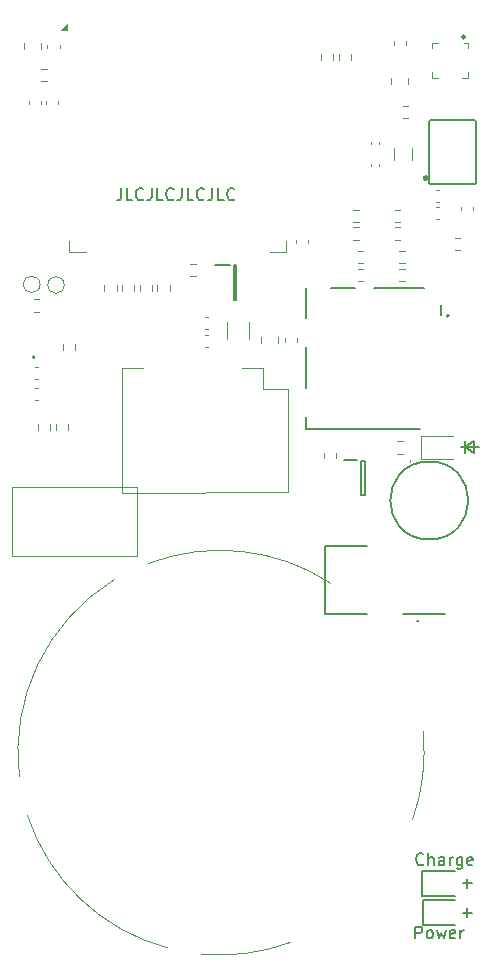
<source format=gbr>
%TF.GenerationSoftware,KiCad,Pcbnew,8.0.4*%
%TF.CreationDate,2024-08-24T14:44:17+02:00*%
%TF.ProjectId,BarbelMotionTracker-V1,42617262-656c-44d6-9f74-696f6e547261,rev?*%
%TF.SameCoordinates,PX7bfa480PY7735940*%
%TF.FileFunction,Legend,Top*%
%TF.FilePolarity,Positive*%
%FSLAX46Y46*%
G04 Gerber Fmt 4.6, Leading zero omitted, Abs format (unit mm)*
G04 Created by KiCad (PCBNEW 8.0.4) date 2024-08-24 14:44:17*
%MOMM*%
%LPD*%
G01*
G04 APERTURE LIST*
%ADD10C,0.150000*%
%ADD11C,0.120000*%
%ADD12C,0.200000*%
%ADD13C,0.100000*%
%ADD14C,0.127000*%
%ADD15C,0.304800*%
G04 APERTURE END LIST*
D10*
X38500000Y44500000D02*
X38500000Y43500000D01*
X39700000Y44000000D02*
X38200000Y44000000D01*
X38560078Y78725000D02*
G75*
G02*
X38239922Y78725000I-160078J0D01*
G01*
X38239922Y78725000D02*
G75*
G02*
X38560078Y78725000I160078J0D01*
G01*
X39300000Y43500000D02*
X39300000Y44500000D01*
X39300000Y44500000D02*
X38500000Y44000000D01*
X38500000Y44000000D02*
X39300000Y43500000D01*
X2113213Y51650000D02*
G75*
G02*
X1910787Y51650000I-101213J0D01*
G01*
X1910787Y51650000D02*
G75*
G02*
X2113213Y51650000I101213J0D01*
G01*
X9422493Y65930181D02*
X9422493Y65215896D01*
X9422493Y65215896D02*
X9374874Y65073039D01*
X9374874Y65073039D02*
X9279636Y64977800D01*
X9279636Y64977800D02*
X9136779Y64930181D01*
X9136779Y64930181D02*
X9041541Y64930181D01*
X10374874Y64930181D02*
X9898684Y64930181D01*
X9898684Y64930181D02*
X9898684Y65930181D01*
X11279636Y65025420D02*
X11232017Y64977800D01*
X11232017Y64977800D02*
X11089160Y64930181D01*
X11089160Y64930181D02*
X10993922Y64930181D01*
X10993922Y64930181D02*
X10851065Y64977800D01*
X10851065Y64977800D02*
X10755827Y65073039D01*
X10755827Y65073039D02*
X10708208Y65168277D01*
X10708208Y65168277D02*
X10660589Y65358753D01*
X10660589Y65358753D02*
X10660589Y65501610D01*
X10660589Y65501610D02*
X10708208Y65692086D01*
X10708208Y65692086D02*
X10755827Y65787324D01*
X10755827Y65787324D02*
X10851065Y65882562D01*
X10851065Y65882562D02*
X10993922Y65930181D01*
X10993922Y65930181D02*
X11089160Y65930181D01*
X11089160Y65930181D02*
X11232017Y65882562D01*
X11232017Y65882562D02*
X11279636Y65834943D01*
X11993922Y65930181D02*
X11993922Y65215896D01*
X11993922Y65215896D02*
X11946303Y65073039D01*
X11946303Y65073039D02*
X11851065Y64977800D01*
X11851065Y64977800D02*
X11708208Y64930181D01*
X11708208Y64930181D02*
X11612970Y64930181D01*
X12946303Y64930181D02*
X12470113Y64930181D01*
X12470113Y64930181D02*
X12470113Y65930181D01*
X13851065Y65025420D02*
X13803446Y64977800D01*
X13803446Y64977800D02*
X13660589Y64930181D01*
X13660589Y64930181D02*
X13565351Y64930181D01*
X13565351Y64930181D02*
X13422494Y64977800D01*
X13422494Y64977800D02*
X13327256Y65073039D01*
X13327256Y65073039D02*
X13279637Y65168277D01*
X13279637Y65168277D02*
X13232018Y65358753D01*
X13232018Y65358753D02*
X13232018Y65501610D01*
X13232018Y65501610D02*
X13279637Y65692086D01*
X13279637Y65692086D02*
X13327256Y65787324D01*
X13327256Y65787324D02*
X13422494Y65882562D01*
X13422494Y65882562D02*
X13565351Y65930181D01*
X13565351Y65930181D02*
X13660589Y65930181D01*
X13660589Y65930181D02*
X13803446Y65882562D01*
X13803446Y65882562D02*
X13851065Y65834943D01*
X14565351Y65930181D02*
X14565351Y65215896D01*
X14565351Y65215896D02*
X14517732Y65073039D01*
X14517732Y65073039D02*
X14422494Y64977800D01*
X14422494Y64977800D02*
X14279637Y64930181D01*
X14279637Y64930181D02*
X14184399Y64930181D01*
X15517732Y64930181D02*
X15041542Y64930181D01*
X15041542Y64930181D02*
X15041542Y65930181D01*
X16422494Y65025420D02*
X16374875Y64977800D01*
X16374875Y64977800D02*
X16232018Y64930181D01*
X16232018Y64930181D02*
X16136780Y64930181D01*
X16136780Y64930181D02*
X15993923Y64977800D01*
X15993923Y64977800D02*
X15898685Y65073039D01*
X15898685Y65073039D02*
X15851066Y65168277D01*
X15851066Y65168277D02*
X15803447Y65358753D01*
X15803447Y65358753D02*
X15803447Y65501610D01*
X15803447Y65501610D02*
X15851066Y65692086D01*
X15851066Y65692086D02*
X15898685Y65787324D01*
X15898685Y65787324D02*
X15993923Y65882562D01*
X15993923Y65882562D02*
X16136780Y65930181D01*
X16136780Y65930181D02*
X16232018Y65930181D01*
X16232018Y65930181D02*
X16374875Y65882562D01*
X16374875Y65882562D02*
X16422494Y65834943D01*
X17136780Y65930181D02*
X17136780Y65215896D01*
X17136780Y65215896D02*
X17089161Y65073039D01*
X17089161Y65073039D02*
X16993923Y64977800D01*
X16993923Y64977800D02*
X16851066Y64930181D01*
X16851066Y64930181D02*
X16755828Y64930181D01*
X18089161Y64930181D02*
X17612971Y64930181D01*
X17612971Y64930181D02*
X17612971Y65930181D01*
X18993923Y65025420D02*
X18946304Y64977800D01*
X18946304Y64977800D02*
X18803447Y64930181D01*
X18803447Y64930181D02*
X18708209Y64930181D01*
X18708209Y64930181D02*
X18565352Y64977800D01*
X18565352Y64977800D02*
X18470114Y65073039D01*
X18470114Y65073039D02*
X18422495Y65168277D01*
X18422495Y65168277D02*
X18374876Y65358753D01*
X18374876Y65358753D02*
X18374876Y65501610D01*
X18374876Y65501610D02*
X18422495Y65692086D01*
X18422495Y65692086D02*
X18470114Y65787324D01*
X18470114Y65787324D02*
X18565352Y65882562D01*
X18565352Y65882562D02*
X18708209Y65930181D01*
X18708209Y65930181D02*
X18803447Y65930181D01*
X18803447Y65930181D02*
X18946304Y65882562D01*
X18946304Y65882562D02*
X18993923Y65834943D01*
X38336779Y7111134D02*
X39098684Y7111134D01*
X38717731Y6730181D02*
X38717731Y7492086D01*
X34336779Y2430181D02*
X34336779Y3430181D01*
X34336779Y3430181D02*
X34717731Y3430181D01*
X34717731Y3430181D02*
X34812969Y3382562D01*
X34812969Y3382562D02*
X34860588Y3334943D01*
X34860588Y3334943D02*
X34908207Y3239705D01*
X34908207Y3239705D02*
X34908207Y3096848D01*
X34908207Y3096848D02*
X34860588Y3001610D01*
X34860588Y3001610D02*
X34812969Y2953991D01*
X34812969Y2953991D02*
X34717731Y2906372D01*
X34717731Y2906372D02*
X34336779Y2906372D01*
X35479636Y2430181D02*
X35384398Y2477800D01*
X35384398Y2477800D02*
X35336779Y2525420D01*
X35336779Y2525420D02*
X35289160Y2620658D01*
X35289160Y2620658D02*
X35289160Y2906372D01*
X35289160Y2906372D02*
X35336779Y3001610D01*
X35336779Y3001610D02*
X35384398Y3049229D01*
X35384398Y3049229D02*
X35479636Y3096848D01*
X35479636Y3096848D02*
X35622493Y3096848D01*
X35622493Y3096848D02*
X35717731Y3049229D01*
X35717731Y3049229D02*
X35765350Y3001610D01*
X35765350Y3001610D02*
X35812969Y2906372D01*
X35812969Y2906372D02*
X35812969Y2620658D01*
X35812969Y2620658D02*
X35765350Y2525420D01*
X35765350Y2525420D02*
X35717731Y2477800D01*
X35717731Y2477800D02*
X35622493Y2430181D01*
X35622493Y2430181D02*
X35479636Y2430181D01*
X36146303Y3096848D02*
X36336779Y2430181D01*
X36336779Y2430181D02*
X36527255Y2906372D01*
X36527255Y2906372D02*
X36717731Y2430181D01*
X36717731Y2430181D02*
X36908207Y3096848D01*
X37670112Y2477800D02*
X37574874Y2430181D01*
X37574874Y2430181D02*
X37384398Y2430181D01*
X37384398Y2430181D02*
X37289160Y2477800D01*
X37289160Y2477800D02*
X37241541Y2573039D01*
X37241541Y2573039D02*
X37241541Y2953991D01*
X37241541Y2953991D02*
X37289160Y3049229D01*
X37289160Y3049229D02*
X37384398Y3096848D01*
X37384398Y3096848D02*
X37574874Y3096848D01*
X37574874Y3096848D02*
X37670112Y3049229D01*
X37670112Y3049229D02*
X37717731Y2953991D01*
X37717731Y2953991D02*
X37717731Y2858753D01*
X37717731Y2858753D02*
X37241541Y2763515D01*
X38146303Y2430181D02*
X38146303Y3096848D01*
X38146303Y2906372D02*
X38193922Y3001610D01*
X38193922Y3001610D02*
X38241541Y3049229D01*
X38241541Y3049229D02*
X38336779Y3096848D01*
X38336779Y3096848D02*
X38432017Y3096848D01*
X35008207Y8725420D02*
X34960588Y8677800D01*
X34960588Y8677800D02*
X34817731Y8630181D01*
X34817731Y8630181D02*
X34722493Y8630181D01*
X34722493Y8630181D02*
X34579636Y8677800D01*
X34579636Y8677800D02*
X34484398Y8773039D01*
X34484398Y8773039D02*
X34436779Y8868277D01*
X34436779Y8868277D02*
X34389160Y9058753D01*
X34389160Y9058753D02*
X34389160Y9201610D01*
X34389160Y9201610D02*
X34436779Y9392086D01*
X34436779Y9392086D02*
X34484398Y9487324D01*
X34484398Y9487324D02*
X34579636Y9582562D01*
X34579636Y9582562D02*
X34722493Y9630181D01*
X34722493Y9630181D02*
X34817731Y9630181D01*
X34817731Y9630181D02*
X34960588Y9582562D01*
X34960588Y9582562D02*
X35008207Y9534943D01*
X35436779Y8630181D02*
X35436779Y9630181D01*
X35865350Y8630181D02*
X35865350Y9153991D01*
X35865350Y9153991D02*
X35817731Y9249229D01*
X35817731Y9249229D02*
X35722493Y9296848D01*
X35722493Y9296848D02*
X35579636Y9296848D01*
X35579636Y9296848D02*
X35484398Y9249229D01*
X35484398Y9249229D02*
X35436779Y9201610D01*
X36770112Y8630181D02*
X36770112Y9153991D01*
X36770112Y9153991D02*
X36722493Y9249229D01*
X36722493Y9249229D02*
X36627255Y9296848D01*
X36627255Y9296848D02*
X36436779Y9296848D01*
X36436779Y9296848D02*
X36341541Y9249229D01*
X36770112Y8677800D02*
X36674874Y8630181D01*
X36674874Y8630181D02*
X36436779Y8630181D01*
X36436779Y8630181D02*
X36341541Y8677800D01*
X36341541Y8677800D02*
X36293922Y8773039D01*
X36293922Y8773039D02*
X36293922Y8868277D01*
X36293922Y8868277D02*
X36341541Y8963515D01*
X36341541Y8963515D02*
X36436779Y9011134D01*
X36436779Y9011134D02*
X36674874Y9011134D01*
X36674874Y9011134D02*
X36770112Y9058753D01*
X37246303Y8630181D02*
X37246303Y9296848D01*
X37246303Y9106372D02*
X37293922Y9201610D01*
X37293922Y9201610D02*
X37341541Y9249229D01*
X37341541Y9249229D02*
X37436779Y9296848D01*
X37436779Y9296848D02*
X37532017Y9296848D01*
X38293922Y9296848D02*
X38293922Y8487324D01*
X38293922Y8487324D02*
X38246303Y8392086D01*
X38246303Y8392086D02*
X38198684Y8344467D01*
X38198684Y8344467D02*
X38103446Y8296848D01*
X38103446Y8296848D02*
X37960589Y8296848D01*
X37960589Y8296848D02*
X37865351Y8344467D01*
X38293922Y8677800D02*
X38198684Y8630181D01*
X38198684Y8630181D02*
X38008208Y8630181D01*
X38008208Y8630181D02*
X37912970Y8677800D01*
X37912970Y8677800D02*
X37865351Y8725420D01*
X37865351Y8725420D02*
X37817732Y8820658D01*
X37817732Y8820658D02*
X37817732Y9106372D01*
X37817732Y9106372D02*
X37865351Y9201610D01*
X37865351Y9201610D02*
X37912970Y9249229D01*
X37912970Y9249229D02*
X38008208Y9296848D01*
X38008208Y9296848D02*
X38198684Y9296848D01*
X38198684Y9296848D02*
X38293922Y9249229D01*
X39151065Y8677800D02*
X39055827Y8630181D01*
X39055827Y8630181D02*
X38865351Y8630181D01*
X38865351Y8630181D02*
X38770113Y8677800D01*
X38770113Y8677800D02*
X38722494Y8773039D01*
X38722494Y8773039D02*
X38722494Y9153991D01*
X38722494Y9153991D02*
X38770113Y9249229D01*
X38770113Y9249229D02*
X38865351Y9296848D01*
X38865351Y9296848D02*
X39055827Y9296848D01*
X39055827Y9296848D02*
X39151065Y9249229D01*
X39151065Y9249229D02*
X39198684Y9153991D01*
X39198684Y9153991D02*
X39198684Y9058753D01*
X39198684Y9058753D02*
X38722494Y8963515D01*
X38336779Y4611134D02*
X39098684Y4611134D01*
X38717731Y4230181D02*
X38717731Y4992086D01*
D11*
%TO.C,R25*%
X10977500Y57262742D02*
X10977500Y57737258D01*
X12022500Y57262742D02*
X12022500Y57737258D01*
%TO.C,TP5*%
X2550000Y57800000D02*
G75*
G02*
X1150000Y57800000I-700000J0D01*
G01*
X1150000Y57800000D02*
G75*
G02*
X2550000Y57800000I700000J0D01*
G01*
D12*
%TO.C,LED2*%
X35000000Y5650000D02*
X35000000Y3550000D01*
X35000000Y3550000D02*
X37700000Y3550000D01*
X37700000Y5650000D02*
X35000000Y5650000D01*
D11*
%TO.C,R3*%
X2625242Y76022500D02*
X3099758Y76022500D01*
X2625242Y74977500D02*
X3099758Y74977500D01*
%TO.C,R28*%
X29912258Y59122500D02*
X29437742Y59122500D01*
X29912258Y58077500D02*
X29437742Y58077500D01*
%TO.C,R31*%
X32562742Y64122500D02*
X33037258Y64122500D01*
X32562742Y63077500D02*
X33037258Y63077500D01*
%TO.C,C29*%
X36340580Y64310000D02*
X36059420Y64310000D01*
X36340580Y63290000D02*
X36059420Y63290000D01*
%TO.C,C21*%
X23290000Y52959420D02*
X23290000Y53240580D01*
X24310000Y52959420D02*
X24310000Y53240580D01*
%TO.C,R50*%
X26577500Y43537258D02*
X26577500Y43062742D01*
X27622500Y43537258D02*
X27622500Y43062742D01*
%TO.C,R48*%
X38137258Y61722500D02*
X37662742Y61722500D01*
X38137258Y60677500D02*
X37662742Y60677500D01*
%TO.C,R36*%
X26327500Y76812742D02*
X26327500Y77287258D01*
X27372500Y76812742D02*
X27372500Y77287258D01*
D12*
%TO.C,IC9*%
X26650000Y35670000D02*
X26650000Y29870000D01*
X26650000Y35670000D02*
X30250000Y35670000D01*
X26650000Y29870000D02*
X30250000Y29870000D01*
X36850000Y29870000D02*
X33250000Y29870000D01*
X34598000Y29278000D02*
G75*
G02*
X34482000Y29278000I-58000J0D01*
G01*
X34482000Y29278000D02*
G75*
G02*
X34598000Y29278000I58000J0D01*
G01*
D11*
%TO.C,C32*%
X30540000Y67792164D02*
X30540000Y68007836D01*
X31260000Y67792164D02*
X31260000Y68007836D01*
%TO.C,C33*%
X30540000Y69857836D02*
X30540000Y69642164D01*
X31260000Y69857836D02*
X31260000Y69642164D01*
%TO.C,C34*%
X1577500Y73340580D02*
X1577500Y73059420D01*
X2597500Y73340580D02*
X2597500Y73059420D01*
D13*
%TO.C,Y1*%
X32550000Y68350000D02*
X32550000Y69350000D01*
X34050000Y68350000D02*
X34050000Y69350000D01*
D12*
%TO.C,LED1*%
X34900000Y8150000D02*
X34900000Y6050000D01*
X34900000Y6050000D02*
X37700000Y6050000D01*
X37700000Y8150000D02*
X34900000Y8150000D01*
D11*
%TO.C,R39*%
X33237258Y44522500D02*
X32762742Y44522500D01*
X33237258Y43477500D02*
X32762742Y43477500D01*
%TO.C,R37*%
X27827500Y76812742D02*
X27827500Y77287258D01*
X28872500Y76812742D02*
X28872500Y77287258D01*
D13*
%TO.C,IC6*%
X2012000Y51700000D02*
X2012000Y51700000D01*
X2012000Y51600000D02*
X2012000Y51600000D01*
X2012000Y51700000D02*
G75*
G02*
X2012000Y51600000I0J-50000D01*
G01*
X2012000Y51600000D02*
G75*
G02*
X2012000Y51700000I0J50000D01*
G01*
D11*
%TO.C,C28*%
X32490000Y78365580D02*
X32490000Y78084420D01*
X33510000Y78365580D02*
X33510000Y78084420D01*
D13*
%TO.C,DISP1*%
X9475000Y50675000D02*
X9475000Y40175000D01*
X9475000Y40175000D02*
X23525000Y40200000D01*
X11275000Y50675000D02*
X9475000Y50675000D01*
X21425000Y50675000D02*
X19675000Y50675000D01*
X21425000Y48925000D02*
X21425000Y50675000D01*
X23525000Y48925000D02*
X21425000Y48925000D01*
X23525000Y40200000D02*
X23525000Y48925000D01*
D11*
%TO.C,U1*%
X5000000Y60500000D02*
X5000000Y61450000D01*
X6400000Y60500000D02*
X5000000Y60500000D01*
X22000000Y60500000D02*
X23400000Y60500000D01*
X23400000Y60500000D02*
X23400000Y61450000D01*
X4850000Y79350000D02*
X4350000Y79350000D01*
X4850000Y79850000D01*
X4850000Y79350000D01*
G36*
X4850000Y79350000D02*
G01*
X4350000Y79350000D01*
X4850000Y79850000D01*
X4850000Y79350000D01*
G37*
%TO.C,SW1*%
D13*
X10800000Y34800000D02*
X200000Y34800000D01*
X200000Y40600000D01*
X10800000Y40600000D01*
X10800000Y34800000D01*
D11*
%TO.C,R27*%
X29062742Y62622500D02*
X29537258Y62622500D01*
X29062742Y61577500D02*
X29537258Y61577500D01*
%TO.C,C2*%
X1152500Y77688748D02*
X1152500Y78211252D01*
X2622500Y77688748D02*
X2622500Y78211252D01*
%TO.C,R14*%
X18390000Y53172936D02*
X18390000Y54627064D01*
X20210000Y53172936D02*
X20210000Y54627064D01*
%TO.C,R26*%
X29062742Y64122500D02*
X29537258Y64122500D01*
X29062742Y63077500D02*
X29537258Y63077500D01*
%TO.C,C30*%
X38190000Y64340580D02*
X38190000Y64059420D01*
X39210000Y64340580D02*
X39210000Y64059420D01*
%TO.C,C20*%
X21265000Y52838748D02*
X21265000Y53361252D01*
X22735000Y52838748D02*
X22735000Y53361252D01*
%TO.C,C22*%
X2109420Y50773000D02*
X2390580Y50773000D01*
X2109420Y49753000D02*
X2390580Y49753000D01*
%TO.C,C27*%
X32265000Y74738748D02*
X32265000Y75261252D01*
X33735000Y74738748D02*
X33735000Y75261252D01*
%TO.C,C3*%
X3077500Y73340580D02*
X3077500Y73059420D01*
X4097500Y73340580D02*
X4097500Y73059420D01*
%TO.C,R15*%
X15262742Y59522500D02*
X15737258Y59522500D01*
X15262742Y58477500D02*
X15737258Y58477500D01*
%TO.C,R34*%
X3877500Y45937258D02*
X3877500Y45462742D01*
X4922500Y45937258D02*
X4922500Y45462742D01*
%TO.C,C31*%
X36340580Y65810000D02*
X36059420Y65810000D01*
X36340580Y64790000D02*
X36059420Y64790000D01*
%TO.C,R29*%
X29912258Y60622500D02*
X29437742Y60622500D01*
X29912258Y59577500D02*
X29437742Y59577500D01*
%TO.C,C12*%
X16765580Y55020000D02*
X16484420Y55020000D01*
X16765580Y54000000D02*
X16484420Y54000000D01*
%TO.C,TP3*%
X4600000Y57750000D02*
G75*
G02*
X3200000Y57750000I-700000J0D01*
G01*
X3200000Y57750000D02*
G75*
G02*
X4600000Y57750000I700000J0D01*
G01*
%TO.C,C1*%
X3177500Y77809420D02*
X3177500Y78090580D01*
X4197500Y77809420D02*
X4197500Y78090580D01*
%TO.C,R35*%
X2377500Y45462742D02*
X2377500Y45937258D01*
X3422500Y45462742D02*
X3422500Y45937258D01*
%TO.C,D1*%
X34815000Y44960000D02*
X34815000Y43040000D01*
X34815000Y43040000D02*
X37500000Y43040000D01*
X37500000Y44960000D02*
X34815000Y44960000D01*
%TO.C,R49*%
X12477500Y57737258D02*
X12477500Y57262742D01*
X13522500Y57737258D02*
X13522500Y57262742D01*
%TO.C,C35*%
X24240000Y61540580D02*
X24240000Y61259420D01*
X25260000Y61540580D02*
X25260000Y61259420D01*
%TO.C,C23*%
X2109420Y49010000D02*
X2390580Y49010000D01*
X2109420Y47990000D02*
X2390580Y47990000D01*
%TO.C,R18*%
X7977500Y57262742D02*
X7977500Y57737258D01*
X9022500Y57262742D02*
X9022500Y57737258D01*
D13*
%TO.C,U3*%
X33900000Y42900000D02*
X33900000Y42900000D01*
X33900000Y42800000D02*
X33900000Y42800000D01*
D12*
X35500000Y42800000D02*
X35500000Y42800000D01*
X35500000Y36200000D02*
X35500000Y36200000D01*
D13*
X33900000Y42900000D02*
G75*
G02*
X33900000Y42800000I0J-50000D01*
G01*
X33900000Y42800000D02*
G75*
G02*
X33900000Y42900000I0J50000D01*
G01*
D12*
X35500000Y42800000D02*
G75*
G02*
X35500000Y36200000I0J-3300000D01*
G01*
X35500000Y36200000D02*
G75*
G02*
X35500000Y42800000I0J3300000D01*
G01*
D11*
%TO.C,R42*%
X2487258Y56522500D02*
X2012742Y56522500D01*
X2487258Y55477500D02*
X2012742Y55477500D01*
D12*
%TO.C,Q3*%
X17375000Y59460000D02*
X18625000Y59460000D01*
X18975000Y59415000D02*
X19125000Y59415000D01*
X18975000Y56495000D02*
X18975000Y59415000D01*
X19125000Y59415000D02*
X19125000Y56495000D01*
X19125000Y56495000D02*
X18975000Y56495000D01*
D11*
%TO.C,R30*%
X33037258Y62622500D02*
X32562742Y62622500D01*
X33037258Y61577500D02*
X32562742Y61577500D01*
%TO.C,R33*%
X32937742Y60622500D02*
X33412258Y60622500D01*
X32937742Y59577500D02*
X33412258Y59577500D01*
%TO.C,R32*%
X32937742Y59122500D02*
X33412258Y59122500D01*
X32937742Y58077500D02*
X33412258Y58077500D01*
%TO.C,C11*%
X16765580Y53510000D02*
X16484420Y53510000D01*
X16765580Y52490000D02*
X16484420Y52490000D01*
D13*
%TO.C,ENC1*%
X800001Y16100000D02*
G75*
G02*
X8867971Y32816047I16999999J2100000D01*
G01*
X11746558Y34177119D02*
G75*
G02*
X27150000Y32500000I6053442J-15977119D01*
G01*
X13400000Y1600001D02*
G75*
G02*
X1498066Y12799359I4400002J16600002D01*
G01*
X23800000Y2100000D02*
G75*
G02*
X16208575Y1092184I-6000000J16100000D01*
G01*
X34973010Y20007683D02*
G75*
G02*
X34100000Y12500000I-17173010J-1807683D01*
G01*
%TO.C,IC8*%
X35750000Y78275000D02*
X35750000Y77775000D01*
X35750000Y75775000D02*
X35750000Y75275000D01*
X35750000Y75275000D02*
X36250000Y75275000D01*
X36250000Y78275000D02*
X35750000Y78275000D01*
X38250000Y75275000D02*
X38750000Y75275000D01*
X38350000Y78725000D02*
X38350000Y78725000D01*
X38450000Y78725000D02*
X38450000Y78725000D01*
X38450000Y78275000D02*
X38750000Y78275000D01*
X38750000Y78275000D02*
X38750000Y77775000D01*
X38750000Y75275000D02*
X38750000Y75775000D01*
X38350000Y78725000D02*
G75*
G02*
X38450000Y78725000I50000J0D01*
G01*
X38450000Y78725000D02*
G75*
G02*
X38350000Y78725000I-50000J0D01*
G01*
D11*
%TO.C,R17*%
X9477500Y57262742D02*
X9477500Y57737258D01*
X10522500Y57262742D02*
X10522500Y57737258D01*
D14*
%TO.C,U2*%
X35500000Y71600000D02*
X35500000Y66400000D01*
X35600000Y66300000D02*
X39400000Y66300000D01*
X39400000Y71700000D02*
X35600000Y71700000D01*
X39500000Y66400000D02*
X39500000Y71600000D01*
D15*
X35300000Y66800000D02*
G75*
G02*
X35100000Y66800000I-100000J0D01*
G01*
X35100000Y66800000D02*
G75*
G02*
X35300000Y66800000I100000J0D01*
G01*
D11*
%TO.C,R46*%
X4477500Y52737258D02*
X4477500Y52262742D01*
X5522500Y52737258D02*
X5522500Y52262742D01*
%TO.C,R44*%
X33737258Y72922500D02*
X33262742Y72922500D01*
X33737258Y71877500D02*
X33262742Y71877500D01*
D12*
%TO.C,Q4*%
X28250000Y42900000D02*
X29350000Y42900000D01*
X29700000Y42850000D02*
X30100000Y42850000D01*
X29700000Y39950000D02*
X29700000Y42850000D01*
X30100000Y42850000D02*
X30100000Y39950000D01*
X30100000Y39950000D02*
X29700000Y39950000D01*
%TO.C,J3*%
X25065820Y57475000D02*
X25065820Y54955000D01*
X25065820Y49000000D02*
X25065820Y52500000D01*
X25065820Y45525000D02*
X25065820Y46586000D01*
X25065820Y45525000D02*
X34744820Y45525000D01*
X27168820Y57475000D02*
X29249820Y57475000D01*
X30864820Y57475000D02*
X35098820Y57475000D01*
X36465820Y55239000D02*
X36465820Y56060000D01*
X37184180Y55134000D02*
G75*
G02*
X36957460Y55134000I-113360J0D01*
G01*
X36957460Y55134000D02*
G75*
G02*
X37184180Y55134000I113360J0D01*
G01*
%TD*%
M02*

</source>
